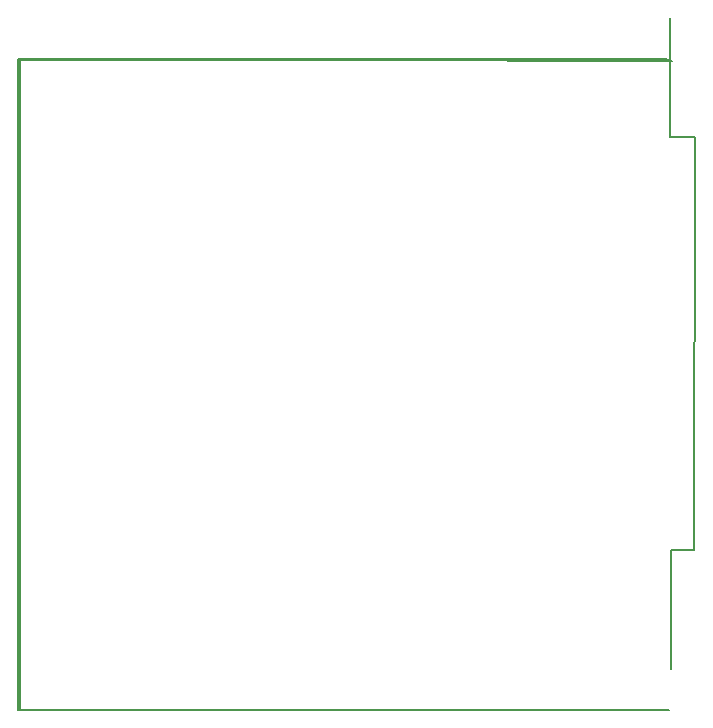
<source format=gbr>
G04 #@! TF.FileFunction,Profile,NP*
%FSLAX46Y46*%
G04 Gerber Fmt 4.6, Leading zero omitted, Abs format (unit mm)*
G04 Created by KiCad (PCBNEW 4.0.6) date 05/08/17 07:31:45*
%MOMM*%
%LPD*%
G01*
G04 APERTURE LIST*
%ADD10C,0.100000*%
%ADD11C,0.150000*%
G04 APERTURE END LIST*
D10*
D11*
X146019500Y-119371300D02*
X146058500Y-129412900D01*
X145919700Y-84409900D02*
X148093500Y-84435300D01*
X148093500Y-84435300D02*
X147988900Y-119369100D01*
X147988900Y-119369100D02*
X146019500Y-119371300D01*
X145902700Y-74313900D02*
X145919700Y-84409900D01*
X90730100Y-77797900D02*
X145730100Y-77797900D01*
X90730100Y-132797900D02*
X90730100Y-77797900D01*
X146105100Y-77945900D02*
X90765100Y-77831900D01*
X90765100Y-132831900D02*
X90765100Y-77831900D01*
X90884100Y-132895900D02*
X145884100Y-132895900D01*
X90884100Y-77895900D02*
X145884100Y-77895900D01*
X90884100Y-132895900D02*
X90884100Y-77895900D01*
X145775100Y-132895900D02*
X90775100Y-132895900D01*
X145775100Y-77895900D02*
X90775100Y-77895900D01*
X90775100Y-132895900D02*
X90775100Y-77895900D01*
M02*

</source>
